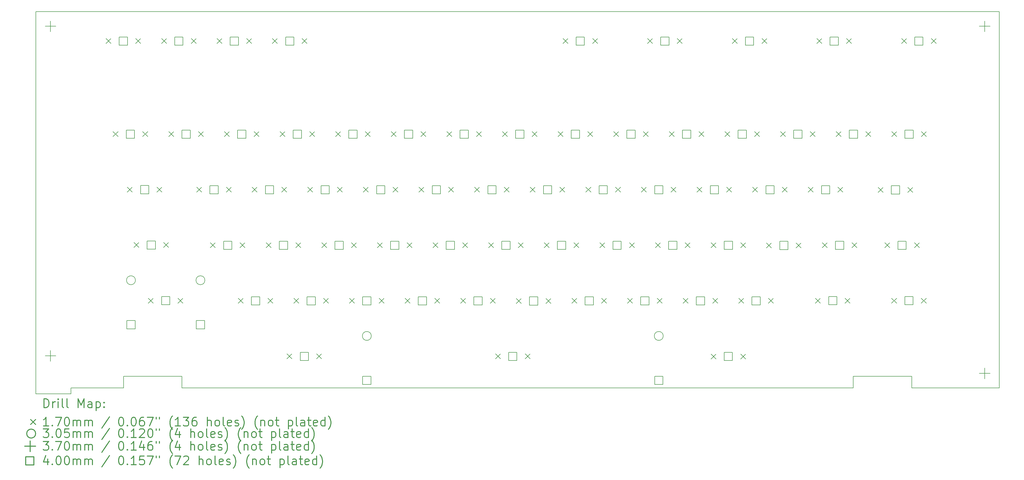
<source format=gbr>
%FSLAX45Y45*%
G04 Gerber Fmt 4.5, Leading zero omitted, Abs format (unit mm)*
G04 Created by KiCad (PCBNEW 5.0.2+dfsg1-1) date Tue 29 Dec 2020 05:37:10 PM CET*
%MOMM*%
%LPD*%
G01*
G04 APERTURE LIST*
%ADD10C,0.200000*%
%ADD11C,0.300000*%
G04 APERTURE END LIST*
D10*
X4700000Y-21600000D02*
X4700000Y-8500000D01*
X5900000Y-21600000D02*
X4700000Y-21600000D01*
X5900000Y-21400000D02*
X5900000Y-21600000D01*
X7700000Y-21400000D02*
X5900000Y-21400000D01*
X7700000Y-21000000D02*
X7700000Y-21400000D01*
X9700000Y-21000000D02*
X7700000Y-21000000D01*
X9700000Y-21400000D02*
X9700000Y-21000000D01*
X32700000Y-21400000D02*
X9700000Y-21400000D01*
X32700000Y-21000000D02*
X32700000Y-21400000D01*
X34700000Y-21000000D02*
X32700000Y-21000000D01*
X34700000Y-21400000D02*
X34700000Y-21000000D01*
X37700000Y-21400000D02*
X34700000Y-21400000D01*
X37700000Y-8500000D02*
X37700000Y-21400000D01*
X4700000Y-8500000D02*
X37700000Y-8500000D01*
D10*
X23540000Y-14520000D02*
X23710000Y-14690000D01*
X23710000Y-14520000D02*
X23540000Y-14690000D01*
X24556000Y-14520000D02*
X24726000Y-14690000D01*
X24726000Y-14520000D02*
X24556000Y-14690000D01*
X21633000Y-14518000D02*
X21803000Y-14688000D01*
X21803000Y-14518000D02*
X21633000Y-14688000D01*
X22649000Y-14518000D02*
X22819000Y-14688000D01*
X22819000Y-14518000D02*
X22649000Y-14688000D01*
X15443000Y-18328000D02*
X15613000Y-18498000D01*
X15613000Y-18328000D02*
X15443000Y-18498000D01*
X16459000Y-18328000D02*
X16629000Y-18498000D01*
X16629000Y-18328000D02*
X16459000Y-18498000D01*
X7343000Y-12613000D02*
X7513000Y-12783000D01*
X7513000Y-12613000D02*
X7343000Y-12783000D01*
X8359000Y-12613000D02*
X8529000Y-12783000D01*
X8529000Y-12613000D02*
X8359000Y-12783000D01*
X10208000Y-14518000D02*
X10378000Y-14688000D01*
X10378000Y-14518000D02*
X10208000Y-14688000D01*
X11224000Y-14518000D02*
X11394000Y-14688000D01*
X11394000Y-14518000D02*
X11224000Y-14688000D01*
X7832000Y-14515000D02*
X8002000Y-14685000D01*
X8002000Y-14515000D02*
X7832000Y-14685000D01*
X8848000Y-14515000D02*
X9018000Y-14685000D01*
X9018000Y-14515000D02*
X8848000Y-14685000D01*
X9253000Y-12613000D02*
X9423000Y-12783000D01*
X9423000Y-12613000D02*
X9253000Y-12783000D01*
X10269000Y-12613000D02*
X10439000Y-12783000D01*
X10439000Y-12613000D02*
X10269000Y-12783000D01*
X13063000Y-12615000D02*
X13233000Y-12785000D01*
X13233000Y-12615000D02*
X13063000Y-12785000D01*
X14079000Y-12615000D02*
X14249000Y-12785000D01*
X14249000Y-12615000D02*
X14079000Y-12785000D01*
X20683000Y-12613000D02*
X20853000Y-12783000D01*
X20853000Y-12613000D02*
X20683000Y-12783000D01*
X21699000Y-12613000D02*
X21869000Y-12783000D01*
X21869000Y-12613000D02*
X21699000Y-12783000D01*
X34013000Y-18323000D02*
X34183000Y-18493000D01*
X34183000Y-18323000D02*
X34013000Y-18493000D01*
X35029000Y-18323000D02*
X35199000Y-18493000D01*
X35199000Y-18323000D02*
X35029000Y-18493000D01*
X25923000Y-16423000D02*
X26093000Y-16593000D01*
X26093000Y-16423000D02*
X25923000Y-16593000D01*
X26939000Y-16423000D02*
X27109000Y-16593000D01*
X27109000Y-16423000D02*
X26939000Y-16593000D01*
X8553000Y-18323000D02*
X8723000Y-18493000D01*
X8723000Y-18323000D02*
X8553000Y-18493000D01*
X9569000Y-18323000D02*
X9739000Y-18493000D01*
X9739000Y-18323000D02*
X9569000Y-18493000D01*
X29728000Y-16428000D02*
X29898000Y-16598000D01*
X29898000Y-16428000D02*
X29728000Y-16598000D01*
X30744000Y-16428000D02*
X30914000Y-16598000D01*
X30914000Y-16428000D02*
X30744000Y-16598000D01*
X11633000Y-18328000D02*
X11803000Y-18498000D01*
X11803000Y-18328000D02*
X11633000Y-18498000D01*
X12649000Y-18328000D02*
X12819000Y-18498000D01*
X12819000Y-18328000D02*
X12649000Y-18498000D01*
X27828000Y-16423000D02*
X27998000Y-16593000D01*
X27998000Y-16423000D02*
X27828000Y-16593000D01*
X28844000Y-16423000D02*
X29014000Y-16593000D01*
X29014000Y-16423000D02*
X28844000Y-16593000D01*
X12803000Y-9423000D02*
X12973000Y-9593000D01*
X12973000Y-9423000D02*
X12803000Y-9593000D01*
X13819000Y-9423000D02*
X13989000Y-9593000D01*
X13989000Y-9423000D02*
X13819000Y-9593000D01*
X20443000Y-20233000D02*
X20613000Y-20403000D01*
X20613000Y-20233000D02*
X20443000Y-20403000D01*
X21459000Y-20233000D02*
X21629000Y-20403000D01*
X21629000Y-20233000D02*
X21459000Y-20403000D01*
X13538000Y-18328000D02*
X13708000Y-18498000D01*
X13708000Y-18328000D02*
X13538000Y-18498000D01*
X14554000Y-18328000D02*
X14724000Y-18498000D01*
X14724000Y-18328000D02*
X14554000Y-18498000D01*
X33778000Y-16423000D02*
X33948000Y-16593000D01*
X33948000Y-16423000D02*
X33778000Y-16593000D01*
X34794000Y-16423000D02*
X34964000Y-16593000D01*
X34964000Y-16423000D02*
X34794000Y-16593000D01*
X9003000Y-9423000D02*
X9173000Y-9593000D01*
X9173000Y-9423000D02*
X9003000Y-9593000D01*
X10019000Y-9423000D02*
X10189000Y-9593000D01*
X10189000Y-9423000D02*
X10019000Y-9593000D01*
X12108000Y-14518000D02*
X12278000Y-14688000D01*
X12278000Y-14518000D02*
X12108000Y-14688000D01*
X13124000Y-14518000D02*
X13294000Y-14688000D01*
X13294000Y-14518000D02*
X13124000Y-14688000D01*
X19728000Y-14518000D02*
X19898000Y-14688000D01*
X19898000Y-14518000D02*
X19728000Y-14688000D01*
X20744000Y-14518000D02*
X20914000Y-14688000D01*
X20914000Y-14518000D02*
X20744000Y-14688000D01*
X31453000Y-9423000D02*
X31623000Y-9593000D01*
X31623000Y-9423000D02*
X31453000Y-9593000D01*
X32469000Y-9423000D02*
X32639000Y-9593000D01*
X32639000Y-9423000D02*
X32469000Y-9593000D01*
X16873000Y-12613000D02*
X17043000Y-12783000D01*
X17043000Y-12613000D02*
X16873000Y-12783000D01*
X17889000Y-12613000D02*
X18059000Y-12783000D01*
X18059000Y-12613000D02*
X17889000Y-12783000D01*
X20208000Y-16423000D02*
X20378000Y-16593000D01*
X20378000Y-16423000D02*
X20208000Y-16593000D01*
X21224000Y-16423000D02*
X21394000Y-16593000D01*
X21394000Y-16423000D02*
X21224000Y-16593000D01*
X33553000Y-14523000D02*
X33723000Y-14693000D01*
X33723000Y-14523000D02*
X33553000Y-14693000D01*
X34569000Y-14523000D02*
X34739000Y-14693000D01*
X34739000Y-14523000D02*
X34569000Y-14693000D01*
X30208000Y-12613000D02*
X30378000Y-12783000D01*
X30378000Y-12613000D02*
X30208000Y-12783000D01*
X31224000Y-12613000D02*
X31394000Y-12783000D01*
X31394000Y-12613000D02*
X31224000Y-12783000D01*
X14013000Y-14518000D02*
X14183000Y-14688000D01*
X14183000Y-14518000D02*
X14013000Y-14688000D01*
X15029000Y-14518000D02*
X15199000Y-14688000D01*
X15199000Y-14518000D02*
X15029000Y-14688000D01*
X21158000Y-18333000D02*
X21328000Y-18503000D01*
X21328000Y-18333000D02*
X21158000Y-18503000D01*
X22174000Y-18333000D02*
X22344000Y-18503000D01*
X22344000Y-18333000D02*
X22174000Y-18503000D01*
X34018000Y-12613000D02*
X34188000Y-12783000D01*
X34188000Y-12613000D02*
X34018000Y-12783000D01*
X35034000Y-12613000D02*
X35204000Y-12783000D01*
X35204000Y-12613000D02*
X35034000Y-12783000D01*
X25443000Y-14518000D02*
X25613000Y-14688000D01*
X25613000Y-14518000D02*
X25443000Y-14688000D01*
X26459000Y-14518000D02*
X26629000Y-14688000D01*
X26629000Y-14518000D02*
X26459000Y-14688000D01*
X28303000Y-12613000D02*
X28473000Y-12783000D01*
X28473000Y-12613000D02*
X28303000Y-12783000D01*
X29319000Y-12613000D02*
X29489000Y-12783000D01*
X29489000Y-12613000D02*
X29319000Y-12783000D01*
X22753000Y-9423000D02*
X22923000Y-9593000D01*
X22923000Y-9423000D02*
X22753000Y-9593000D01*
X23769000Y-9423000D02*
X23939000Y-9593000D01*
X23939000Y-9423000D02*
X23769000Y-9593000D01*
X22113000Y-16423000D02*
X22283000Y-16593000D01*
X22283000Y-16423000D02*
X22113000Y-16593000D01*
X23129000Y-16423000D02*
X23299000Y-16593000D01*
X23299000Y-16423000D02*
X23129000Y-16593000D01*
X19253000Y-18328000D02*
X19423000Y-18498000D01*
X19423000Y-18328000D02*
X19253000Y-18498000D01*
X20269000Y-18328000D02*
X20439000Y-18498000D01*
X20439000Y-18328000D02*
X20269000Y-18498000D01*
X14492000Y-16425000D02*
X14662000Y-16595000D01*
X14662000Y-16425000D02*
X14492000Y-16595000D01*
X15508000Y-16425000D02*
X15678000Y-16595000D01*
X15678000Y-16425000D02*
X15508000Y-16595000D01*
X34353000Y-9423000D02*
X34523000Y-9593000D01*
X34523000Y-9423000D02*
X34353000Y-9593000D01*
X35369000Y-9423000D02*
X35539000Y-9593000D01*
X35539000Y-9423000D02*
X35369000Y-9593000D01*
X28778000Y-18328000D02*
X28948000Y-18498000D01*
X28948000Y-18328000D02*
X28778000Y-18498000D01*
X29794000Y-18328000D02*
X29964000Y-18498000D01*
X29964000Y-18328000D02*
X29794000Y-18498000D01*
X24968000Y-18328000D02*
X25138000Y-18498000D01*
X25138000Y-18328000D02*
X24968000Y-18498000D01*
X25984000Y-18328000D02*
X26154000Y-18498000D01*
X26154000Y-18328000D02*
X25984000Y-18498000D01*
X23063000Y-18328000D02*
X23233000Y-18498000D01*
X23233000Y-18328000D02*
X23063000Y-18498000D01*
X24079000Y-18328000D02*
X24249000Y-18498000D01*
X24249000Y-18328000D02*
X24079000Y-18498000D01*
X25653000Y-9423000D02*
X25823000Y-9593000D01*
X25823000Y-9423000D02*
X25653000Y-9593000D01*
X26669000Y-9423000D02*
X26839000Y-9593000D01*
X26839000Y-9423000D02*
X26669000Y-9593000D01*
X12588000Y-16423000D02*
X12758000Y-16593000D01*
X12758000Y-16423000D02*
X12588000Y-16593000D01*
X13604000Y-16423000D02*
X13774000Y-16593000D01*
X13774000Y-16423000D02*
X13604000Y-16593000D01*
X18303000Y-16423000D02*
X18473000Y-16593000D01*
X18473000Y-16423000D02*
X18303000Y-16593000D01*
X19319000Y-16423000D02*
X19489000Y-16593000D01*
X19489000Y-16423000D02*
X19319000Y-16593000D01*
X31403000Y-18323000D02*
X31573000Y-18493000D01*
X31573000Y-18323000D02*
X31403000Y-18493000D01*
X32419000Y-18323000D02*
X32589000Y-18493000D01*
X32589000Y-18323000D02*
X32419000Y-18493000D01*
X16398000Y-16423000D02*
X16568000Y-16593000D01*
X16568000Y-16423000D02*
X16398000Y-16593000D01*
X17414000Y-16423000D02*
X17584000Y-16593000D01*
X17584000Y-16423000D02*
X17414000Y-16593000D01*
X11157000Y-12615000D02*
X11327000Y-12785000D01*
X11327000Y-12615000D02*
X11157000Y-12785000D01*
X12173000Y-12615000D02*
X12343000Y-12785000D01*
X12343000Y-12615000D02*
X12173000Y-12785000D01*
X17348000Y-18328000D02*
X17518000Y-18498000D01*
X17518000Y-18328000D02*
X17348000Y-18498000D01*
X18364000Y-18328000D02*
X18534000Y-18498000D01*
X18534000Y-18328000D02*
X18364000Y-18498000D01*
X10678000Y-16423000D02*
X10848000Y-16593000D01*
X10848000Y-16423000D02*
X10678000Y-16593000D01*
X11694000Y-16423000D02*
X11864000Y-16593000D01*
X11864000Y-16423000D02*
X11694000Y-16593000D01*
X26398000Y-12613000D02*
X26568000Y-12783000D01*
X26568000Y-12613000D02*
X26398000Y-12783000D01*
X27414000Y-12613000D02*
X27584000Y-12783000D01*
X27584000Y-12613000D02*
X27414000Y-12783000D01*
X22588000Y-12613000D02*
X22758000Y-12783000D01*
X22758000Y-12613000D02*
X22588000Y-12783000D01*
X23604000Y-12613000D02*
X23774000Y-12783000D01*
X23774000Y-12613000D02*
X23604000Y-12783000D01*
X24015000Y-16425000D02*
X24185000Y-16595000D01*
X24185000Y-16425000D02*
X24015000Y-16595000D01*
X25031000Y-16425000D02*
X25201000Y-16595000D01*
X25201000Y-16425000D02*
X25031000Y-16595000D01*
X31638000Y-16423000D02*
X31808000Y-16593000D01*
X31808000Y-16423000D02*
X31638000Y-16593000D01*
X32654000Y-16423000D02*
X32824000Y-16593000D01*
X32824000Y-16423000D02*
X32654000Y-16593000D01*
X31158000Y-14518000D02*
X31328000Y-14688000D01*
X31328000Y-14518000D02*
X31158000Y-14688000D01*
X32174000Y-14518000D02*
X32344000Y-14688000D01*
X32344000Y-14518000D02*
X32174000Y-14688000D01*
X27824500Y-20237500D02*
X27994500Y-20407500D01*
X27994500Y-20237500D02*
X27824500Y-20407500D01*
X28840500Y-20237500D02*
X29010500Y-20407500D01*
X29010500Y-20237500D02*
X28840500Y-20407500D01*
X26873000Y-18328000D02*
X27043000Y-18498000D01*
X27043000Y-18328000D02*
X26873000Y-18498000D01*
X27889000Y-18328000D02*
X28059000Y-18498000D01*
X28059000Y-18328000D02*
X27889000Y-18498000D01*
X15918000Y-14518000D02*
X16088000Y-14688000D01*
X16088000Y-14518000D02*
X15918000Y-14688000D01*
X16934000Y-14518000D02*
X17104000Y-14688000D01*
X17104000Y-14518000D02*
X16934000Y-14688000D01*
X13303000Y-20233000D02*
X13473000Y-20403000D01*
X13473000Y-20233000D02*
X13303000Y-20403000D01*
X14319000Y-20233000D02*
X14489000Y-20403000D01*
X14489000Y-20233000D02*
X14319000Y-20403000D01*
X28553000Y-9423000D02*
X28723000Y-9593000D01*
X28723000Y-9423000D02*
X28553000Y-9593000D01*
X29569000Y-9423000D02*
X29739000Y-9593000D01*
X29739000Y-9423000D02*
X29569000Y-9593000D01*
X27348000Y-14518000D02*
X27518000Y-14688000D01*
X27518000Y-14518000D02*
X27348000Y-14688000D01*
X28364000Y-14518000D02*
X28534000Y-14688000D01*
X28534000Y-14518000D02*
X28364000Y-14688000D01*
X14968000Y-12613000D02*
X15138000Y-12783000D01*
X15138000Y-12613000D02*
X14968000Y-12783000D01*
X15984000Y-12613000D02*
X16154000Y-12783000D01*
X16154000Y-12613000D02*
X15984000Y-12783000D01*
X18778000Y-12613000D02*
X18948000Y-12783000D01*
X18948000Y-12613000D02*
X18778000Y-12783000D01*
X19794000Y-12613000D02*
X19964000Y-12783000D01*
X19964000Y-12613000D02*
X19794000Y-12783000D01*
X8057000Y-16415000D02*
X8227000Y-16585000D01*
X8227000Y-16415000D02*
X8057000Y-16585000D01*
X9073000Y-16415000D02*
X9243000Y-16585000D01*
X9243000Y-16415000D02*
X9073000Y-16585000D01*
X10903000Y-9423000D02*
X11073000Y-9593000D01*
X11073000Y-9423000D02*
X10903000Y-9593000D01*
X11919000Y-9423000D02*
X12089000Y-9593000D01*
X12089000Y-9423000D02*
X11919000Y-9593000D01*
X29253000Y-14518000D02*
X29423000Y-14688000D01*
X29423000Y-14518000D02*
X29253000Y-14688000D01*
X30269000Y-14518000D02*
X30439000Y-14688000D01*
X30439000Y-14518000D02*
X30269000Y-14688000D01*
X17823000Y-14518000D02*
X17993000Y-14688000D01*
X17993000Y-14518000D02*
X17823000Y-14688000D01*
X18839000Y-14518000D02*
X19009000Y-14688000D01*
X19009000Y-14518000D02*
X18839000Y-14688000D01*
X7103000Y-9423000D02*
X7273000Y-9593000D01*
X7273000Y-9423000D02*
X7103000Y-9593000D01*
X8119000Y-9423000D02*
X8289000Y-9593000D01*
X8289000Y-9423000D02*
X8119000Y-9593000D01*
X24493000Y-12613000D02*
X24663000Y-12783000D01*
X24663000Y-12613000D02*
X24493000Y-12783000D01*
X25509000Y-12613000D02*
X25679000Y-12783000D01*
X25679000Y-12613000D02*
X25509000Y-12783000D01*
X32113000Y-12613000D02*
X32283000Y-12783000D01*
X32283000Y-12613000D02*
X32113000Y-12783000D01*
X33129000Y-12613000D02*
X33299000Y-12783000D01*
X33299000Y-12613000D02*
X33129000Y-12783000D01*
X8108500Y-17708000D02*
G75*
G03X8108500Y-17708000I-152500J0D01*
G01*
X10488500Y-17708000D02*
G75*
G03X10488500Y-17708000I-152500J0D01*
G01*
X16188500Y-19618000D02*
G75*
G03X16188500Y-19618000I-152500J0D01*
G01*
X26188500Y-19618000D02*
G75*
G03X26188500Y-19618000I-152500J0D01*
G01*
X5200000Y-20115000D02*
X5200000Y-20485000D01*
X5015000Y-20300000D02*
X5385000Y-20300000D01*
X5200000Y-8815000D02*
X5200000Y-9185000D01*
X5015000Y-9000000D02*
X5385000Y-9000000D01*
X37200000Y-8815000D02*
X37200000Y-9185000D01*
X37015000Y-9000000D02*
X37385000Y-9000000D01*
X37200000Y-20715000D02*
X37200000Y-21085000D01*
X37015000Y-20900000D02*
X37385000Y-20900000D01*
X16177423Y-21283423D02*
X16177423Y-21000577D01*
X15894577Y-21000577D01*
X15894577Y-21283423D01*
X16177423Y-21283423D01*
X21177423Y-20459423D02*
X21177423Y-20176577D01*
X20894577Y-20176577D01*
X20894577Y-20459423D01*
X21177423Y-20459423D01*
X26177423Y-21283423D02*
X26177423Y-21000577D01*
X25894577Y-21000577D01*
X25894577Y-21283423D01*
X26177423Y-21283423D01*
X14272423Y-18554423D02*
X14272423Y-18271577D01*
X13989577Y-18271577D01*
X13989577Y-18554423D01*
X14272423Y-18554423D01*
X34512423Y-16649423D02*
X34512423Y-16366577D01*
X34229577Y-16366577D01*
X34229577Y-16649423D01*
X34512423Y-16649423D01*
X9737423Y-9649423D02*
X9737423Y-9366577D01*
X9454577Y-9366577D01*
X9454577Y-9649423D01*
X9737423Y-9649423D01*
X12842423Y-14744423D02*
X12842423Y-14461577D01*
X12559577Y-14461577D01*
X12559577Y-14744423D01*
X12842423Y-14744423D01*
X20462423Y-14744423D02*
X20462423Y-14461577D01*
X20179577Y-14461577D01*
X20179577Y-14744423D01*
X20462423Y-14744423D01*
X32187423Y-9649423D02*
X32187423Y-9366577D01*
X31904577Y-9366577D01*
X31904577Y-9649423D01*
X32187423Y-9649423D01*
X17607423Y-12839423D02*
X17607423Y-12556577D01*
X17324577Y-12556577D01*
X17324577Y-12839423D01*
X17607423Y-12839423D01*
X20942423Y-16649423D02*
X20942423Y-16366577D01*
X20659577Y-16366577D01*
X20659577Y-16649423D01*
X20942423Y-16649423D01*
X34287423Y-14749423D02*
X34287423Y-14466577D01*
X34004577Y-14466577D01*
X34004577Y-14749423D01*
X34287423Y-14749423D01*
X30942423Y-12839423D02*
X30942423Y-12556577D01*
X30659577Y-12556577D01*
X30659577Y-12839423D01*
X30942423Y-12839423D01*
X14747423Y-14744423D02*
X14747423Y-14461577D01*
X14464577Y-14461577D01*
X14464577Y-14744423D01*
X14747423Y-14744423D01*
X21892423Y-18559423D02*
X21892423Y-18276577D01*
X21609577Y-18276577D01*
X21609577Y-18559423D01*
X21892423Y-18559423D01*
X34752423Y-12839423D02*
X34752423Y-12556577D01*
X34469577Y-12556577D01*
X34469577Y-12839423D01*
X34752423Y-12839423D01*
X26177423Y-14744423D02*
X26177423Y-14461577D01*
X25894577Y-14461577D01*
X25894577Y-14744423D01*
X26177423Y-14744423D01*
X29037423Y-12839423D02*
X29037423Y-12556577D01*
X28754577Y-12556577D01*
X28754577Y-12839423D01*
X29037423Y-12839423D01*
X23487423Y-9649423D02*
X23487423Y-9366577D01*
X23204577Y-9366577D01*
X23204577Y-9649423D01*
X23487423Y-9649423D01*
X22847423Y-16649423D02*
X22847423Y-16366577D01*
X22564577Y-16366577D01*
X22564577Y-16649423D01*
X22847423Y-16649423D01*
X19987423Y-18554423D02*
X19987423Y-18271577D01*
X19704577Y-18271577D01*
X19704577Y-18554423D01*
X19987423Y-18554423D01*
X15226423Y-16651423D02*
X15226423Y-16368577D01*
X14943577Y-16368577D01*
X14943577Y-16651423D01*
X15226423Y-16651423D01*
X35087423Y-9649423D02*
X35087423Y-9366577D01*
X34804577Y-9366577D01*
X34804577Y-9649423D01*
X35087423Y-9649423D01*
X29512423Y-18554423D02*
X29512423Y-18271577D01*
X29229577Y-18271577D01*
X29229577Y-18554423D01*
X29512423Y-18554423D01*
X25702423Y-18554423D02*
X25702423Y-18271577D01*
X25419577Y-18271577D01*
X25419577Y-18554423D01*
X25702423Y-18554423D01*
X23797423Y-18554423D02*
X23797423Y-18271577D01*
X23514577Y-18271577D01*
X23514577Y-18554423D01*
X23797423Y-18554423D01*
X26387423Y-9649423D02*
X26387423Y-9366577D01*
X26104577Y-9366577D01*
X26104577Y-9649423D01*
X26387423Y-9649423D01*
X13322423Y-16649423D02*
X13322423Y-16366577D01*
X13039577Y-16366577D01*
X13039577Y-16649423D01*
X13322423Y-16649423D01*
X19037423Y-16649423D02*
X19037423Y-16366577D01*
X18754577Y-16366577D01*
X18754577Y-16649423D01*
X19037423Y-16649423D01*
X32137423Y-18549423D02*
X32137423Y-18266577D01*
X31854577Y-18266577D01*
X31854577Y-18549423D01*
X32137423Y-18549423D01*
X17132423Y-16649423D02*
X17132423Y-16366577D01*
X16849577Y-16366577D01*
X16849577Y-16649423D01*
X17132423Y-16649423D01*
X11891423Y-12841423D02*
X11891423Y-12558577D01*
X11608577Y-12558577D01*
X11608577Y-12841423D01*
X11891423Y-12841423D01*
X18082423Y-18554423D02*
X18082423Y-18271577D01*
X17799577Y-18271577D01*
X17799577Y-18554423D01*
X18082423Y-18554423D01*
X11412423Y-16649423D02*
X11412423Y-16366577D01*
X11129577Y-16366577D01*
X11129577Y-16649423D01*
X11412423Y-16649423D01*
X27132423Y-12839423D02*
X27132423Y-12556577D01*
X26849577Y-12556577D01*
X26849577Y-12839423D01*
X27132423Y-12839423D01*
X23322423Y-12839423D02*
X23322423Y-12556577D01*
X23039577Y-12556577D01*
X23039577Y-12839423D01*
X23322423Y-12839423D01*
X24749423Y-16651423D02*
X24749423Y-16368577D01*
X24466577Y-16368577D01*
X24466577Y-16651423D01*
X24749423Y-16651423D01*
X32372423Y-16649423D02*
X32372423Y-16366577D01*
X32089577Y-16366577D01*
X32089577Y-16649423D01*
X32372423Y-16649423D01*
X31892423Y-14744423D02*
X31892423Y-14461577D01*
X31609577Y-14461577D01*
X31609577Y-14744423D01*
X31892423Y-14744423D01*
X28558923Y-20463923D02*
X28558923Y-20181077D01*
X28276077Y-20181077D01*
X28276077Y-20463923D01*
X28558923Y-20463923D01*
X27607423Y-18554423D02*
X27607423Y-18271577D01*
X27324577Y-18271577D01*
X27324577Y-18554423D01*
X27607423Y-18554423D01*
X16652423Y-14744423D02*
X16652423Y-14461577D01*
X16369577Y-14461577D01*
X16369577Y-14744423D01*
X16652423Y-14744423D01*
X14037423Y-20459423D02*
X14037423Y-20176577D01*
X13754577Y-20176577D01*
X13754577Y-20459423D01*
X14037423Y-20459423D01*
X29287423Y-9649423D02*
X29287423Y-9366577D01*
X29004577Y-9366577D01*
X29004577Y-9649423D01*
X29287423Y-9649423D01*
X28082423Y-14744423D02*
X28082423Y-14461577D01*
X27799577Y-14461577D01*
X27799577Y-14744423D01*
X28082423Y-14744423D01*
X15702423Y-12839423D02*
X15702423Y-12556577D01*
X15419577Y-12556577D01*
X15419577Y-12839423D01*
X15702423Y-12839423D01*
X19512423Y-12839423D02*
X19512423Y-12556577D01*
X19229577Y-12556577D01*
X19229577Y-12839423D01*
X19512423Y-12839423D01*
X8791423Y-16641423D02*
X8791423Y-16358577D01*
X8508577Y-16358577D01*
X8508577Y-16641423D01*
X8791423Y-16641423D01*
X11637423Y-9649423D02*
X11637423Y-9366577D01*
X11354577Y-9366577D01*
X11354577Y-9649423D01*
X11637423Y-9649423D01*
X29987423Y-14744423D02*
X29987423Y-14461577D01*
X29704577Y-14461577D01*
X29704577Y-14744423D01*
X29987423Y-14744423D01*
X18557423Y-14744423D02*
X18557423Y-14461577D01*
X18274577Y-14461577D01*
X18274577Y-14744423D01*
X18557423Y-14744423D01*
X7837423Y-9649423D02*
X7837423Y-9366577D01*
X7554577Y-9366577D01*
X7554577Y-9649423D01*
X7837423Y-9649423D01*
X25227423Y-12839423D02*
X25227423Y-12556577D01*
X24944577Y-12556577D01*
X24944577Y-12839423D01*
X25227423Y-12839423D01*
X32847423Y-12839423D02*
X32847423Y-12556577D01*
X32564577Y-12556577D01*
X32564577Y-12839423D01*
X32847423Y-12839423D01*
X24274423Y-14746423D02*
X24274423Y-14463577D01*
X23991577Y-14463577D01*
X23991577Y-14746423D01*
X24274423Y-14746423D01*
X22367423Y-14744423D02*
X22367423Y-14461577D01*
X22084577Y-14461577D01*
X22084577Y-14744423D01*
X22367423Y-14744423D01*
X16177423Y-18554423D02*
X16177423Y-18271577D01*
X15894577Y-18271577D01*
X15894577Y-18554423D01*
X16177423Y-18554423D01*
X8077423Y-12839423D02*
X8077423Y-12556577D01*
X7794577Y-12556577D01*
X7794577Y-12839423D01*
X8077423Y-12839423D01*
X10942423Y-14744423D02*
X10942423Y-14461577D01*
X10659577Y-14461577D01*
X10659577Y-14744423D01*
X10942423Y-14744423D01*
X8566423Y-14741423D02*
X8566423Y-14458577D01*
X8283577Y-14458577D01*
X8283577Y-14741423D01*
X8566423Y-14741423D01*
X9987423Y-12839423D02*
X9987423Y-12556577D01*
X9704577Y-12556577D01*
X9704577Y-12839423D01*
X9987423Y-12839423D01*
X13797423Y-12841423D02*
X13797423Y-12558577D01*
X13514577Y-12558577D01*
X13514577Y-12841423D01*
X13797423Y-12841423D01*
X21417423Y-12839423D02*
X21417423Y-12556577D01*
X21134577Y-12556577D01*
X21134577Y-12839423D01*
X21417423Y-12839423D01*
X34747423Y-18549423D02*
X34747423Y-18266577D01*
X34464577Y-18266577D01*
X34464577Y-18549423D01*
X34747423Y-18549423D01*
X26657423Y-16649423D02*
X26657423Y-16366577D01*
X26374577Y-16366577D01*
X26374577Y-16649423D01*
X26657423Y-16649423D01*
X8097423Y-19373423D02*
X8097423Y-19090577D01*
X7814577Y-19090577D01*
X7814577Y-19373423D01*
X8097423Y-19373423D01*
X9287423Y-18549423D02*
X9287423Y-18266577D01*
X9004577Y-18266577D01*
X9004577Y-18549423D01*
X9287423Y-18549423D01*
X10477423Y-19373423D02*
X10477423Y-19090577D01*
X10194577Y-19090577D01*
X10194577Y-19373423D01*
X10477423Y-19373423D01*
X30462423Y-16654423D02*
X30462423Y-16371577D01*
X30179577Y-16371577D01*
X30179577Y-16654423D01*
X30462423Y-16654423D01*
X12367423Y-18554423D02*
X12367423Y-18271577D01*
X12084577Y-18271577D01*
X12084577Y-18554423D01*
X12367423Y-18554423D01*
X28562423Y-16649423D02*
X28562423Y-16366577D01*
X28279577Y-16366577D01*
X28279577Y-16649423D01*
X28562423Y-16649423D01*
X13537423Y-9649423D02*
X13537423Y-9366577D01*
X13254577Y-9366577D01*
X13254577Y-9649423D01*
X13537423Y-9649423D01*
D11*
X4976428Y-22075714D02*
X4976428Y-21775714D01*
X5047857Y-21775714D01*
X5090714Y-21790000D01*
X5119286Y-21818572D01*
X5133571Y-21847143D01*
X5147857Y-21904286D01*
X5147857Y-21947143D01*
X5133571Y-22004286D01*
X5119286Y-22032857D01*
X5090714Y-22061429D01*
X5047857Y-22075714D01*
X4976428Y-22075714D01*
X5276428Y-22075714D02*
X5276428Y-21875714D01*
X5276428Y-21932857D02*
X5290714Y-21904286D01*
X5305000Y-21890000D01*
X5333571Y-21875714D01*
X5362143Y-21875714D01*
X5462143Y-22075714D02*
X5462143Y-21875714D01*
X5462143Y-21775714D02*
X5447857Y-21790000D01*
X5462143Y-21804286D01*
X5476428Y-21790000D01*
X5462143Y-21775714D01*
X5462143Y-21804286D01*
X5647857Y-22075714D02*
X5619286Y-22061429D01*
X5605000Y-22032857D01*
X5605000Y-21775714D01*
X5805000Y-22075714D02*
X5776428Y-22061429D01*
X5762143Y-22032857D01*
X5762143Y-21775714D01*
X6147857Y-22075714D02*
X6147857Y-21775714D01*
X6247857Y-21990000D01*
X6347857Y-21775714D01*
X6347857Y-22075714D01*
X6619286Y-22075714D02*
X6619286Y-21918572D01*
X6605000Y-21890000D01*
X6576428Y-21875714D01*
X6519286Y-21875714D01*
X6490714Y-21890000D01*
X6619286Y-22061429D02*
X6590714Y-22075714D01*
X6519286Y-22075714D01*
X6490714Y-22061429D01*
X6476428Y-22032857D01*
X6476428Y-22004286D01*
X6490714Y-21975714D01*
X6519286Y-21961429D01*
X6590714Y-21961429D01*
X6619286Y-21947143D01*
X6762143Y-21875714D02*
X6762143Y-22175714D01*
X6762143Y-21890000D02*
X6790714Y-21875714D01*
X6847857Y-21875714D01*
X6876428Y-21890000D01*
X6890714Y-21904286D01*
X6905000Y-21932857D01*
X6905000Y-22018572D01*
X6890714Y-22047143D01*
X6876428Y-22061429D01*
X6847857Y-22075714D01*
X6790714Y-22075714D01*
X6762143Y-22061429D01*
X7033571Y-22047143D02*
X7047857Y-22061429D01*
X7033571Y-22075714D01*
X7019286Y-22061429D01*
X7033571Y-22047143D01*
X7033571Y-22075714D01*
X7033571Y-21890000D02*
X7047857Y-21904286D01*
X7033571Y-21918572D01*
X7019286Y-21904286D01*
X7033571Y-21890000D01*
X7033571Y-21918572D01*
X4520000Y-22485000D02*
X4690000Y-22655000D01*
X4690000Y-22485000D02*
X4520000Y-22655000D01*
X5133571Y-22705714D02*
X4962143Y-22705714D01*
X5047857Y-22705714D02*
X5047857Y-22405714D01*
X5019286Y-22448571D01*
X4990714Y-22477143D01*
X4962143Y-22491429D01*
X5262143Y-22677143D02*
X5276428Y-22691429D01*
X5262143Y-22705714D01*
X5247857Y-22691429D01*
X5262143Y-22677143D01*
X5262143Y-22705714D01*
X5376428Y-22405714D02*
X5576428Y-22405714D01*
X5447857Y-22705714D01*
X5747857Y-22405714D02*
X5776428Y-22405714D01*
X5805000Y-22420000D01*
X5819286Y-22434286D01*
X5833571Y-22462857D01*
X5847857Y-22520000D01*
X5847857Y-22591429D01*
X5833571Y-22648571D01*
X5819286Y-22677143D01*
X5805000Y-22691429D01*
X5776428Y-22705714D01*
X5747857Y-22705714D01*
X5719286Y-22691429D01*
X5705000Y-22677143D01*
X5690714Y-22648571D01*
X5676428Y-22591429D01*
X5676428Y-22520000D01*
X5690714Y-22462857D01*
X5705000Y-22434286D01*
X5719286Y-22420000D01*
X5747857Y-22405714D01*
X5976428Y-22705714D02*
X5976428Y-22505714D01*
X5976428Y-22534286D02*
X5990714Y-22520000D01*
X6019286Y-22505714D01*
X6062143Y-22505714D01*
X6090714Y-22520000D01*
X6105000Y-22548571D01*
X6105000Y-22705714D01*
X6105000Y-22548571D02*
X6119286Y-22520000D01*
X6147857Y-22505714D01*
X6190714Y-22505714D01*
X6219286Y-22520000D01*
X6233571Y-22548571D01*
X6233571Y-22705714D01*
X6376428Y-22705714D02*
X6376428Y-22505714D01*
X6376428Y-22534286D02*
X6390714Y-22520000D01*
X6419286Y-22505714D01*
X6462143Y-22505714D01*
X6490714Y-22520000D01*
X6505000Y-22548571D01*
X6505000Y-22705714D01*
X6505000Y-22548571D02*
X6519286Y-22520000D01*
X6547857Y-22505714D01*
X6590714Y-22505714D01*
X6619286Y-22520000D01*
X6633571Y-22548571D01*
X6633571Y-22705714D01*
X7219286Y-22391429D02*
X6962143Y-22777143D01*
X7605000Y-22405714D02*
X7633571Y-22405714D01*
X7662143Y-22420000D01*
X7676428Y-22434286D01*
X7690714Y-22462857D01*
X7705000Y-22520000D01*
X7705000Y-22591429D01*
X7690714Y-22648571D01*
X7676428Y-22677143D01*
X7662143Y-22691429D01*
X7633571Y-22705714D01*
X7605000Y-22705714D01*
X7576428Y-22691429D01*
X7562143Y-22677143D01*
X7547857Y-22648571D01*
X7533571Y-22591429D01*
X7533571Y-22520000D01*
X7547857Y-22462857D01*
X7562143Y-22434286D01*
X7576428Y-22420000D01*
X7605000Y-22405714D01*
X7833571Y-22677143D02*
X7847857Y-22691429D01*
X7833571Y-22705714D01*
X7819286Y-22691429D01*
X7833571Y-22677143D01*
X7833571Y-22705714D01*
X8033571Y-22405714D02*
X8062143Y-22405714D01*
X8090714Y-22420000D01*
X8105000Y-22434286D01*
X8119286Y-22462857D01*
X8133571Y-22520000D01*
X8133571Y-22591429D01*
X8119286Y-22648571D01*
X8105000Y-22677143D01*
X8090714Y-22691429D01*
X8062143Y-22705714D01*
X8033571Y-22705714D01*
X8005000Y-22691429D01*
X7990714Y-22677143D01*
X7976428Y-22648571D01*
X7962143Y-22591429D01*
X7962143Y-22520000D01*
X7976428Y-22462857D01*
X7990714Y-22434286D01*
X8005000Y-22420000D01*
X8033571Y-22405714D01*
X8390714Y-22405714D02*
X8333571Y-22405714D01*
X8305000Y-22420000D01*
X8290714Y-22434286D01*
X8262143Y-22477143D01*
X8247857Y-22534286D01*
X8247857Y-22648571D01*
X8262143Y-22677143D01*
X8276428Y-22691429D01*
X8305000Y-22705714D01*
X8362143Y-22705714D01*
X8390714Y-22691429D01*
X8405000Y-22677143D01*
X8419286Y-22648571D01*
X8419286Y-22577143D01*
X8405000Y-22548571D01*
X8390714Y-22534286D01*
X8362143Y-22520000D01*
X8305000Y-22520000D01*
X8276428Y-22534286D01*
X8262143Y-22548571D01*
X8247857Y-22577143D01*
X8519286Y-22405714D02*
X8719286Y-22405714D01*
X8590714Y-22705714D01*
X8819286Y-22405714D02*
X8819286Y-22462857D01*
X8933571Y-22405714D02*
X8933571Y-22462857D01*
X9376428Y-22820000D02*
X9362143Y-22805714D01*
X9333571Y-22762857D01*
X9319286Y-22734286D01*
X9305000Y-22691429D01*
X9290714Y-22620000D01*
X9290714Y-22562857D01*
X9305000Y-22491429D01*
X9319286Y-22448571D01*
X9333571Y-22420000D01*
X9362143Y-22377143D01*
X9376428Y-22362857D01*
X9647857Y-22705714D02*
X9476428Y-22705714D01*
X9562143Y-22705714D02*
X9562143Y-22405714D01*
X9533571Y-22448571D01*
X9505000Y-22477143D01*
X9476428Y-22491429D01*
X9747857Y-22405714D02*
X9933571Y-22405714D01*
X9833571Y-22520000D01*
X9876428Y-22520000D01*
X9905000Y-22534286D01*
X9919286Y-22548571D01*
X9933571Y-22577143D01*
X9933571Y-22648571D01*
X9919286Y-22677143D01*
X9905000Y-22691429D01*
X9876428Y-22705714D01*
X9790714Y-22705714D01*
X9762143Y-22691429D01*
X9747857Y-22677143D01*
X10190714Y-22405714D02*
X10133571Y-22405714D01*
X10105000Y-22420000D01*
X10090714Y-22434286D01*
X10062143Y-22477143D01*
X10047857Y-22534286D01*
X10047857Y-22648571D01*
X10062143Y-22677143D01*
X10076428Y-22691429D01*
X10105000Y-22705714D01*
X10162143Y-22705714D01*
X10190714Y-22691429D01*
X10205000Y-22677143D01*
X10219286Y-22648571D01*
X10219286Y-22577143D01*
X10205000Y-22548571D01*
X10190714Y-22534286D01*
X10162143Y-22520000D01*
X10105000Y-22520000D01*
X10076428Y-22534286D01*
X10062143Y-22548571D01*
X10047857Y-22577143D01*
X10576428Y-22705714D02*
X10576428Y-22405714D01*
X10705000Y-22705714D02*
X10705000Y-22548571D01*
X10690714Y-22520000D01*
X10662143Y-22505714D01*
X10619286Y-22505714D01*
X10590714Y-22520000D01*
X10576428Y-22534286D01*
X10890714Y-22705714D02*
X10862143Y-22691429D01*
X10847857Y-22677143D01*
X10833571Y-22648571D01*
X10833571Y-22562857D01*
X10847857Y-22534286D01*
X10862143Y-22520000D01*
X10890714Y-22505714D01*
X10933571Y-22505714D01*
X10962143Y-22520000D01*
X10976428Y-22534286D01*
X10990714Y-22562857D01*
X10990714Y-22648571D01*
X10976428Y-22677143D01*
X10962143Y-22691429D01*
X10933571Y-22705714D01*
X10890714Y-22705714D01*
X11162143Y-22705714D02*
X11133571Y-22691429D01*
X11119286Y-22662857D01*
X11119286Y-22405714D01*
X11390714Y-22691429D02*
X11362143Y-22705714D01*
X11305000Y-22705714D01*
X11276428Y-22691429D01*
X11262143Y-22662857D01*
X11262143Y-22548571D01*
X11276428Y-22520000D01*
X11305000Y-22505714D01*
X11362143Y-22505714D01*
X11390714Y-22520000D01*
X11405000Y-22548571D01*
X11405000Y-22577143D01*
X11262143Y-22605714D01*
X11519286Y-22691429D02*
X11547857Y-22705714D01*
X11605000Y-22705714D01*
X11633571Y-22691429D01*
X11647857Y-22662857D01*
X11647857Y-22648571D01*
X11633571Y-22620000D01*
X11605000Y-22605714D01*
X11562143Y-22605714D01*
X11533571Y-22591429D01*
X11519286Y-22562857D01*
X11519286Y-22548571D01*
X11533571Y-22520000D01*
X11562143Y-22505714D01*
X11605000Y-22505714D01*
X11633571Y-22520000D01*
X11747857Y-22820000D02*
X11762143Y-22805714D01*
X11790714Y-22762857D01*
X11805000Y-22734286D01*
X11819286Y-22691429D01*
X11833571Y-22620000D01*
X11833571Y-22562857D01*
X11819286Y-22491429D01*
X11805000Y-22448571D01*
X11790714Y-22420000D01*
X11762143Y-22377143D01*
X11747857Y-22362857D01*
X12290714Y-22820000D02*
X12276428Y-22805714D01*
X12247857Y-22762857D01*
X12233571Y-22734286D01*
X12219286Y-22691429D01*
X12205000Y-22620000D01*
X12205000Y-22562857D01*
X12219286Y-22491429D01*
X12233571Y-22448571D01*
X12247857Y-22420000D01*
X12276428Y-22377143D01*
X12290714Y-22362857D01*
X12405000Y-22505714D02*
X12405000Y-22705714D01*
X12405000Y-22534286D02*
X12419286Y-22520000D01*
X12447857Y-22505714D01*
X12490714Y-22505714D01*
X12519286Y-22520000D01*
X12533571Y-22548571D01*
X12533571Y-22705714D01*
X12719286Y-22705714D02*
X12690714Y-22691429D01*
X12676428Y-22677143D01*
X12662143Y-22648571D01*
X12662143Y-22562857D01*
X12676428Y-22534286D01*
X12690714Y-22520000D01*
X12719286Y-22505714D01*
X12762143Y-22505714D01*
X12790714Y-22520000D01*
X12805000Y-22534286D01*
X12819286Y-22562857D01*
X12819286Y-22648571D01*
X12805000Y-22677143D01*
X12790714Y-22691429D01*
X12762143Y-22705714D01*
X12719286Y-22705714D01*
X12905000Y-22505714D02*
X13019286Y-22505714D01*
X12947857Y-22405714D02*
X12947857Y-22662857D01*
X12962143Y-22691429D01*
X12990714Y-22705714D01*
X13019286Y-22705714D01*
X13347857Y-22505714D02*
X13347857Y-22805714D01*
X13347857Y-22520000D02*
X13376428Y-22505714D01*
X13433571Y-22505714D01*
X13462143Y-22520000D01*
X13476428Y-22534286D01*
X13490714Y-22562857D01*
X13490714Y-22648571D01*
X13476428Y-22677143D01*
X13462143Y-22691429D01*
X13433571Y-22705714D01*
X13376428Y-22705714D01*
X13347857Y-22691429D01*
X13662143Y-22705714D02*
X13633571Y-22691429D01*
X13619286Y-22662857D01*
X13619286Y-22405714D01*
X13905000Y-22705714D02*
X13905000Y-22548571D01*
X13890714Y-22520000D01*
X13862143Y-22505714D01*
X13805000Y-22505714D01*
X13776428Y-22520000D01*
X13905000Y-22691429D02*
X13876428Y-22705714D01*
X13805000Y-22705714D01*
X13776428Y-22691429D01*
X13762143Y-22662857D01*
X13762143Y-22634286D01*
X13776428Y-22605714D01*
X13805000Y-22591429D01*
X13876428Y-22591429D01*
X13905000Y-22577143D01*
X14005000Y-22505714D02*
X14119286Y-22505714D01*
X14047857Y-22405714D02*
X14047857Y-22662857D01*
X14062143Y-22691429D01*
X14090714Y-22705714D01*
X14119286Y-22705714D01*
X14333571Y-22691429D02*
X14305000Y-22705714D01*
X14247857Y-22705714D01*
X14219286Y-22691429D01*
X14205000Y-22662857D01*
X14205000Y-22548571D01*
X14219286Y-22520000D01*
X14247857Y-22505714D01*
X14305000Y-22505714D01*
X14333571Y-22520000D01*
X14347857Y-22548571D01*
X14347857Y-22577143D01*
X14205000Y-22605714D01*
X14605000Y-22705714D02*
X14605000Y-22405714D01*
X14605000Y-22691429D02*
X14576428Y-22705714D01*
X14519286Y-22705714D01*
X14490714Y-22691429D01*
X14476428Y-22677143D01*
X14462143Y-22648571D01*
X14462143Y-22562857D01*
X14476428Y-22534286D01*
X14490714Y-22520000D01*
X14519286Y-22505714D01*
X14576428Y-22505714D01*
X14605000Y-22520000D01*
X14719286Y-22820000D02*
X14733571Y-22805714D01*
X14762143Y-22762857D01*
X14776428Y-22734286D01*
X14790714Y-22691429D01*
X14805000Y-22620000D01*
X14805000Y-22562857D01*
X14790714Y-22491429D01*
X14776428Y-22448571D01*
X14762143Y-22420000D01*
X14733571Y-22377143D01*
X14719286Y-22362857D01*
X4690000Y-22966000D02*
G75*
G03X4690000Y-22966000I-152500J0D01*
G01*
X4947857Y-22801714D02*
X5133571Y-22801714D01*
X5033571Y-22916000D01*
X5076428Y-22916000D01*
X5105000Y-22930286D01*
X5119286Y-22944571D01*
X5133571Y-22973143D01*
X5133571Y-23044571D01*
X5119286Y-23073143D01*
X5105000Y-23087429D01*
X5076428Y-23101714D01*
X4990714Y-23101714D01*
X4962143Y-23087429D01*
X4947857Y-23073143D01*
X5262143Y-23073143D02*
X5276428Y-23087429D01*
X5262143Y-23101714D01*
X5247857Y-23087429D01*
X5262143Y-23073143D01*
X5262143Y-23101714D01*
X5462143Y-22801714D02*
X5490714Y-22801714D01*
X5519286Y-22816000D01*
X5533571Y-22830286D01*
X5547857Y-22858857D01*
X5562143Y-22916000D01*
X5562143Y-22987429D01*
X5547857Y-23044571D01*
X5533571Y-23073143D01*
X5519286Y-23087429D01*
X5490714Y-23101714D01*
X5462143Y-23101714D01*
X5433571Y-23087429D01*
X5419286Y-23073143D01*
X5405000Y-23044571D01*
X5390714Y-22987429D01*
X5390714Y-22916000D01*
X5405000Y-22858857D01*
X5419286Y-22830286D01*
X5433571Y-22816000D01*
X5462143Y-22801714D01*
X5833571Y-22801714D02*
X5690714Y-22801714D01*
X5676428Y-22944571D01*
X5690714Y-22930286D01*
X5719286Y-22916000D01*
X5790714Y-22916000D01*
X5819286Y-22930286D01*
X5833571Y-22944571D01*
X5847857Y-22973143D01*
X5847857Y-23044571D01*
X5833571Y-23073143D01*
X5819286Y-23087429D01*
X5790714Y-23101714D01*
X5719286Y-23101714D01*
X5690714Y-23087429D01*
X5676428Y-23073143D01*
X5976428Y-23101714D02*
X5976428Y-22901714D01*
X5976428Y-22930286D02*
X5990714Y-22916000D01*
X6019286Y-22901714D01*
X6062143Y-22901714D01*
X6090714Y-22916000D01*
X6105000Y-22944571D01*
X6105000Y-23101714D01*
X6105000Y-22944571D02*
X6119286Y-22916000D01*
X6147857Y-22901714D01*
X6190714Y-22901714D01*
X6219286Y-22916000D01*
X6233571Y-22944571D01*
X6233571Y-23101714D01*
X6376428Y-23101714D02*
X6376428Y-22901714D01*
X6376428Y-22930286D02*
X6390714Y-22916000D01*
X6419286Y-22901714D01*
X6462143Y-22901714D01*
X6490714Y-22916000D01*
X6505000Y-22944571D01*
X6505000Y-23101714D01*
X6505000Y-22944571D02*
X6519286Y-22916000D01*
X6547857Y-22901714D01*
X6590714Y-22901714D01*
X6619286Y-22916000D01*
X6633571Y-22944571D01*
X6633571Y-23101714D01*
X7219286Y-22787429D02*
X6962143Y-23173143D01*
X7605000Y-22801714D02*
X7633571Y-22801714D01*
X7662143Y-22816000D01*
X7676428Y-22830286D01*
X7690714Y-22858857D01*
X7705000Y-22916000D01*
X7705000Y-22987429D01*
X7690714Y-23044571D01*
X7676428Y-23073143D01*
X7662143Y-23087429D01*
X7633571Y-23101714D01*
X7605000Y-23101714D01*
X7576428Y-23087429D01*
X7562143Y-23073143D01*
X7547857Y-23044571D01*
X7533571Y-22987429D01*
X7533571Y-22916000D01*
X7547857Y-22858857D01*
X7562143Y-22830286D01*
X7576428Y-22816000D01*
X7605000Y-22801714D01*
X7833571Y-23073143D02*
X7847857Y-23087429D01*
X7833571Y-23101714D01*
X7819286Y-23087429D01*
X7833571Y-23073143D01*
X7833571Y-23101714D01*
X8133571Y-23101714D02*
X7962143Y-23101714D01*
X8047857Y-23101714D02*
X8047857Y-22801714D01*
X8019286Y-22844571D01*
X7990714Y-22873143D01*
X7962143Y-22887429D01*
X8247857Y-22830286D02*
X8262143Y-22816000D01*
X8290714Y-22801714D01*
X8362143Y-22801714D01*
X8390714Y-22816000D01*
X8405000Y-22830286D01*
X8419286Y-22858857D01*
X8419286Y-22887429D01*
X8405000Y-22930286D01*
X8233571Y-23101714D01*
X8419286Y-23101714D01*
X8605000Y-22801714D02*
X8633571Y-22801714D01*
X8662143Y-22816000D01*
X8676428Y-22830286D01*
X8690714Y-22858857D01*
X8705000Y-22916000D01*
X8705000Y-22987429D01*
X8690714Y-23044571D01*
X8676428Y-23073143D01*
X8662143Y-23087429D01*
X8633571Y-23101714D01*
X8605000Y-23101714D01*
X8576428Y-23087429D01*
X8562143Y-23073143D01*
X8547857Y-23044571D01*
X8533571Y-22987429D01*
X8533571Y-22916000D01*
X8547857Y-22858857D01*
X8562143Y-22830286D01*
X8576428Y-22816000D01*
X8605000Y-22801714D01*
X8819286Y-22801714D02*
X8819286Y-22858857D01*
X8933571Y-22801714D02*
X8933571Y-22858857D01*
X9376428Y-23216000D02*
X9362143Y-23201714D01*
X9333571Y-23158857D01*
X9319286Y-23130286D01*
X9305000Y-23087429D01*
X9290714Y-23016000D01*
X9290714Y-22958857D01*
X9305000Y-22887429D01*
X9319286Y-22844571D01*
X9333571Y-22816000D01*
X9362143Y-22773143D01*
X9376428Y-22758857D01*
X9619286Y-22901714D02*
X9619286Y-23101714D01*
X9547857Y-22787429D02*
X9476428Y-23001714D01*
X9662143Y-23001714D01*
X10005000Y-23101714D02*
X10005000Y-22801714D01*
X10133571Y-23101714D02*
X10133571Y-22944571D01*
X10119286Y-22916000D01*
X10090714Y-22901714D01*
X10047857Y-22901714D01*
X10019286Y-22916000D01*
X10005000Y-22930286D01*
X10319286Y-23101714D02*
X10290714Y-23087429D01*
X10276428Y-23073143D01*
X10262143Y-23044571D01*
X10262143Y-22958857D01*
X10276428Y-22930286D01*
X10290714Y-22916000D01*
X10319286Y-22901714D01*
X10362143Y-22901714D01*
X10390714Y-22916000D01*
X10405000Y-22930286D01*
X10419286Y-22958857D01*
X10419286Y-23044571D01*
X10405000Y-23073143D01*
X10390714Y-23087429D01*
X10362143Y-23101714D01*
X10319286Y-23101714D01*
X10590714Y-23101714D02*
X10562143Y-23087429D01*
X10547857Y-23058857D01*
X10547857Y-22801714D01*
X10819286Y-23087429D02*
X10790714Y-23101714D01*
X10733571Y-23101714D01*
X10705000Y-23087429D01*
X10690714Y-23058857D01*
X10690714Y-22944571D01*
X10705000Y-22916000D01*
X10733571Y-22901714D01*
X10790714Y-22901714D01*
X10819286Y-22916000D01*
X10833571Y-22944571D01*
X10833571Y-22973143D01*
X10690714Y-23001714D01*
X10947857Y-23087429D02*
X10976428Y-23101714D01*
X11033571Y-23101714D01*
X11062143Y-23087429D01*
X11076428Y-23058857D01*
X11076428Y-23044571D01*
X11062143Y-23016000D01*
X11033571Y-23001714D01*
X10990714Y-23001714D01*
X10962143Y-22987429D01*
X10947857Y-22958857D01*
X10947857Y-22944571D01*
X10962143Y-22916000D01*
X10990714Y-22901714D01*
X11033571Y-22901714D01*
X11062143Y-22916000D01*
X11176428Y-23216000D02*
X11190714Y-23201714D01*
X11219286Y-23158857D01*
X11233571Y-23130286D01*
X11247857Y-23087429D01*
X11262143Y-23016000D01*
X11262143Y-22958857D01*
X11247857Y-22887429D01*
X11233571Y-22844571D01*
X11219286Y-22816000D01*
X11190714Y-22773143D01*
X11176428Y-22758857D01*
X11719286Y-23216000D02*
X11705000Y-23201714D01*
X11676428Y-23158857D01*
X11662143Y-23130286D01*
X11647857Y-23087429D01*
X11633571Y-23016000D01*
X11633571Y-22958857D01*
X11647857Y-22887429D01*
X11662143Y-22844571D01*
X11676428Y-22816000D01*
X11705000Y-22773143D01*
X11719286Y-22758857D01*
X11833571Y-22901714D02*
X11833571Y-23101714D01*
X11833571Y-22930286D02*
X11847857Y-22916000D01*
X11876428Y-22901714D01*
X11919286Y-22901714D01*
X11947857Y-22916000D01*
X11962143Y-22944571D01*
X11962143Y-23101714D01*
X12147857Y-23101714D02*
X12119286Y-23087429D01*
X12105000Y-23073143D01*
X12090714Y-23044571D01*
X12090714Y-22958857D01*
X12105000Y-22930286D01*
X12119286Y-22916000D01*
X12147857Y-22901714D01*
X12190714Y-22901714D01*
X12219286Y-22916000D01*
X12233571Y-22930286D01*
X12247857Y-22958857D01*
X12247857Y-23044571D01*
X12233571Y-23073143D01*
X12219286Y-23087429D01*
X12190714Y-23101714D01*
X12147857Y-23101714D01*
X12333571Y-22901714D02*
X12447857Y-22901714D01*
X12376428Y-22801714D02*
X12376428Y-23058857D01*
X12390714Y-23087429D01*
X12419286Y-23101714D01*
X12447857Y-23101714D01*
X12776428Y-22901714D02*
X12776428Y-23201714D01*
X12776428Y-22916000D02*
X12805000Y-22901714D01*
X12862143Y-22901714D01*
X12890714Y-22916000D01*
X12905000Y-22930286D01*
X12919286Y-22958857D01*
X12919286Y-23044571D01*
X12905000Y-23073143D01*
X12890714Y-23087429D01*
X12862143Y-23101714D01*
X12805000Y-23101714D01*
X12776428Y-23087429D01*
X13090714Y-23101714D02*
X13062143Y-23087429D01*
X13047857Y-23058857D01*
X13047857Y-22801714D01*
X13333571Y-23101714D02*
X13333571Y-22944571D01*
X13319286Y-22916000D01*
X13290714Y-22901714D01*
X13233571Y-22901714D01*
X13205000Y-22916000D01*
X13333571Y-23087429D02*
X13305000Y-23101714D01*
X13233571Y-23101714D01*
X13205000Y-23087429D01*
X13190714Y-23058857D01*
X13190714Y-23030286D01*
X13205000Y-23001714D01*
X13233571Y-22987429D01*
X13305000Y-22987429D01*
X13333571Y-22973143D01*
X13433571Y-22901714D02*
X13547857Y-22901714D01*
X13476428Y-22801714D02*
X13476428Y-23058857D01*
X13490714Y-23087429D01*
X13519286Y-23101714D01*
X13547857Y-23101714D01*
X13762143Y-23087429D02*
X13733571Y-23101714D01*
X13676428Y-23101714D01*
X13647857Y-23087429D01*
X13633571Y-23058857D01*
X13633571Y-22944571D01*
X13647857Y-22916000D01*
X13676428Y-22901714D01*
X13733571Y-22901714D01*
X13762143Y-22916000D01*
X13776428Y-22944571D01*
X13776428Y-22973143D01*
X13633571Y-23001714D01*
X14033571Y-23101714D02*
X14033571Y-22801714D01*
X14033571Y-23087429D02*
X14005000Y-23101714D01*
X13947857Y-23101714D01*
X13919286Y-23087429D01*
X13905000Y-23073143D01*
X13890714Y-23044571D01*
X13890714Y-22958857D01*
X13905000Y-22930286D01*
X13919286Y-22916000D01*
X13947857Y-22901714D01*
X14005000Y-22901714D01*
X14033571Y-22916000D01*
X14147857Y-23216000D02*
X14162143Y-23201714D01*
X14190714Y-23158857D01*
X14205000Y-23130286D01*
X14219286Y-23087429D01*
X14233571Y-23016000D01*
X14233571Y-22958857D01*
X14219286Y-22887429D01*
X14205000Y-22844571D01*
X14190714Y-22816000D01*
X14162143Y-22773143D01*
X14147857Y-22758857D01*
X4505000Y-23216000D02*
X4505000Y-23586000D01*
X4320000Y-23401000D02*
X4690000Y-23401000D01*
X4947857Y-23236714D02*
X5133571Y-23236714D01*
X5033571Y-23351000D01*
X5076428Y-23351000D01*
X5105000Y-23365286D01*
X5119286Y-23379571D01*
X5133571Y-23408143D01*
X5133571Y-23479571D01*
X5119286Y-23508143D01*
X5105000Y-23522429D01*
X5076428Y-23536714D01*
X4990714Y-23536714D01*
X4962143Y-23522429D01*
X4947857Y-23508143D01*
X5262143Y-23508143D02*
X5276428Y-23522429D01*
X5262143Y-23536714D01*
X5247857Y-23522429D01*
X5262143Y-23508143D01*
X5262143Y-23536714D01*
X5376428Y-23236714D02*
X5576428Y-23236714D01*
X5447857Y-23536714D01*
X5747857Y-23236714D02*
X5776428Y-23236714D01*
X5805000Y-23251000D01*
X5819286Y-23265286D01*
X5833571Y-23293857D01*
X5847857Y-23351000D01*
X5847857Y-23422429D01*
X5833571Y-23479571D01*
X5819286Y-23508143D01*
X5805000Y-23522429D01*
X5776428Y-23536714D01*
X5747857Y-23536714D01*
X5719286Y-23522429D01*
X5705000Y-23508143D01*
X5690714Y-23479571D01*
X5676428Y-23422429D01*
X5676428Y-23351000D01*
X5690714Y-23293857D01*
X5705000Y-23265286D01*
X5719286Y-23251000D01*
X5747857Y-23236714D01*
X5976428Y-23536714D02*
X5976428Y-23336714D01*
X5976428Y-23365286D02*
X5990714Y-23351000D01*
X6019286Y-23336714D01*
X6062143Y-23336714D01*
X6090714Y-23351000D01*
X6105000Y-23379571D01*
X6105000Y-23536714D01*
X6105000Y-23379571D02*
X6119286Y-23351000D01*
X6147857Y-23336714D01*
X6190714Y-23336714D01*
X6219286Y-23351000D01*
X6233571Y-23379571D01*
X6233571Y-23536714D01*
X6376428Y-23536714D02*
X6376428Y-23336714D01*
X6376428Y-23365286D02*
X6390714Y-23351000D01*
X6419286Y-23336714D01*
X6462143Y-23336714D01*
X6490714Y-23351000D01*
X6505000Y-23379571D01*
X6505000Y-23536714D01*
X6505000Y-23379571D02*
X6519286Y-23351000D01*
X6547857Y-23336714D01*
X6590714Y-23336714D01*
X6619286Y-23351000D01*
X6633571Y-23379571D01*
X6633571Y-23536714D01*
X7219286Y-23222429D02*
X6962143Y-23608143D01*
X7605000Y-23236714D02*
X7633571Y-23236714D01*
X7662143Y-23251000D01*
X7676428Y-23265286D01*
X7690714Y-23293857D01*
X7705000Y-23351000D01*
X7705000Y-23422429D01*
X7690714Y-23479571D01*
X7676428Y-23508143D01*
X7662143Y-23522429D01*
X7633571Y-23536714D01*
X7605000Y-23536714D01*
X7576428Y-23522429D01*
X7562143Y-23508143D01*
X7547857Y-23479571D01*
X7533571Y-23422429D01*
X7533571Y-23351000D01*
X7547857Y-23293857D01*
X7562143Y-23265286D01*
X7576428Y-23251000D01*
X7605000Y-23236714D01*
X7833571Y-23508143D02*
X7847857Y-23522429D01*
X7833571Y-23536714D01*
X7819286Y-23522429D01*
X7833571Y-23508143D01*
X7833571Y-23536714D01*
X8133571Y-23536714D02*
X7962143Y-23536714D01*
X8047857Y-23536714D02*
X8047857Y-23236714D01*
X8019286Y-23279571D01*
X7990714Y-23308143D01*
X7962143Y-23322429D01*
X8390714Y-23336714D02*
X8390714Y-23536714D01*
X8319286Y-23222429D02*
X8247857Y-23436714D01*
X8433571Y-23436714D01*
X8676428Y-23236714D02*
X8619286Y-23236714D01*
X8590714Y-23251000D01*
X8576428Y-23265286D01*
X8547857Y-23308143D01*
X8533571Y-23365286D01*
X8533571Y-23479571D01*
X8547857Y-23508143D01*
X8562143Y-23522429D01*
X8590714Y-23536714D01*
X8647857Y-23536714D01*
X8676428Y-23522429D01*
X8690714Y-23508143D01*
X8705000Y-23479571D01*
X8705000Y-23408143D01*
X8690714Y-23379571D01*
X8676428Y-23365286D01*
X8647857Y-23351000D01*
X8590714Y-23351000D01*
X8562143Y-23365286D01*
X8547857Y-23379571D01*
X8533571Y-23408143D01*
X8819286Y-23236714D02*
X8819286Y-23293857D01*
X8933571Y-23236714D02*
X8933571Y-23293857D01*
X9376428Y-23651000D02*
X9362143Y-23636714D01*
X9333571Y-23593857D01*
X9319286Y-23565286D01*
X9305000Y-23522429D01*
X9290714Y-23451000D01*
X9290714Y-23393857D01*
X9305000Y-23322429D01*
X9319286Y-23279571D01*
X9333571Y-23251000D01*
X9362143Y-23208143D01*
X9376428Y-23193857D01*
X9619286Y-23336714D02*
X9619286Y-23536714D01*
X9547857Y-23222429D02*
X9476428Y-23436714D01*
X9662143Y-23436714D01*
X10005000Y-23536714D02*
X10005000Y-23236714D01*
X10133571Y-23536714D02*
X10133571Y-23379571D01*
X10119286Y-23351000D01*
X10090714Y-23336714D01*
X10047857Y-23336714D01*
X10019286Y-23351000D01*
X10005000Y-23365286D01*
X10319286Y-23536714D02*
X10290714Y-23522429D01*
X10276428Y-23508143D01*
X10262143Y-23479571D01*
X10262143Y-23393857D01*
X10276428Y-23365286D01*
X10290714Y-23351000D01*
X10319286Y-23336714D01*
X10362143Y-23336714D01*
X10390714Y-23351000D01*
X10405000Y-23365286D01*
X10419286Y-23393857D01*
X10419286Y-23479571D01*
X10405000Y-23508143D01*
X10390714Y-23522429D01*
X10362143Y-23536714D01*
X10319286Y-23536714D01*
X10590714Y-23536714D02*
X10562143Y-23522429D01*
X10547857Y-23493857D01*
X10547857Y-23236714D01*
X10819286Y-23522429D02*
X10790714Y-23536714D01*
X10733571Y-23536714D01*
X10705000Y-23522429D01*
X10690714Y-23493857D01*
X10690714Y-23379571D01*
X10705000Y-23351000D01*
X10733571Y-23336714D01*
X10790714Y-23336714D01*
X10819286Y-23351000D01*
X10833571Y-23379571D01*
X10833571Y-23408143D01*
X10690714Y-23436714D01*
X10947857Y-23522429D02*
X10976428Y-23536714D01*
X11033571Y-23536714D01*
X11062143Y-23522429D01*
X11076428Y-23493857D01*
X11076428Y-23479571D01*
X11062143Y-23451000D01*
X11033571Y-23436714D01*
X10990714Y-23436714D01*
X10962143Y-23422429D01*
X10947857Y-23393857D01*
X10947857Y-23379571D01*
X10962143Y-23351000D01*
X10990714Y-23336714D01*
X11033571Y-23336714D01*
X11062143Y-23351000D01*
X11176428Y-23651000D02*
X11190714Y-23636714D01*
X11219286Y-23593857D01*
X11233571Y-23565286D01*
X11247857Y-23522429D01*
X11262143Y-23451000D01*
X11262143Y-23393857D01*
X11247857Y-23322429D01*
X11233571Y-23279571D01*
X11219286Y-23251000D01*
X11190714Y-23208143D01*
X11176428Y-23193857D01*
X11719286Y-23651000D02*
X11705000Y-23636714D01*
X11676428Y-23593857D01*
X11662143Y-23565286D01*
X11647857Y-23522429D01*
X11633571Y-23451000D01*
X11633571Y-23393857D01*
X11647857Y-23322429D01*
X11662143Y-23279571D01*
X11676428Y-23251000D01*
X11705000Y-23208143D01*
X11719286Y-23193857D01*
X11833571Y-23336714D02*
X11833571Y-23536714D01*
X11833571Y-23365286D02*
X11847857Y-23351000D01*
X11876428Y-23336714D01*
X11919286Y-23336714D01*
X11947857Y-23351000D01*
X11962143Y-23379571D01*
X11962143Y-23536714D01*
X12147857Y-23536714D02*
X12119286Y-23522429D01*
X12105000Y-23508143D01*
X12090714Y-23479571D01*
X12090714Y-23393857D01*
X12105000Y-23365286D01*
X12119286Y-23351000D01*
X12147857Y-23336714D01*
X12190714Y-23336714D01*
X12219286Y-23351000D01*
X12233571Y-23365286D01*
X12247857Y-23393857D01*
X12247857Y-23479571D01*
X12233571Y-23508143D01*
X12219286Y-23522429D01*
X12190714Y-23536714D01*
X12147857Y-23536714D01*
X12333571Y-23336714D02*
X12447857Y-23336714D01*
X12376428Y-23236714D02*
X12376428Y-23493857D01*
X12390714Y-23522429D01*
X12419286Y-23536714D01*
X12447857Y-23536714D01*
X12776428Y-23336714D02*
X12776428Y-23636714D01*
X12776428Y-23351000D02*
X12805000Y-23336714D01*
X12862143Y-23336714D01*
X12890714Y-23351000D01*
X12905000Y-23365286D01*
X12919286Y-23393857D01*
X12919286Y-23479571D01*
X12905000Y-23508143D01*
X12890714Y-23522429D01*
X12862143Y-23536714D01*
X12805000Y-23536714D01*
X12776428Y-23522429D01*
X13090714Y-23536714D02*
X13062143Y-23522429D01*
X13047857Y-23493857D01*
X13047857Y-23236714D01*
X13333571Y-23536714D02*
X13333571Y-23379571D01*
X13319286Y-23351000D01*
X13290714Y-23336714D01*
X13233571Y-23336714D01*
X13205000Y-23351000D01*
X13333571Y-23522429D02*
X13305000Y-23536714D01*
X13233571Y-23536714D01*
X13205000Y-23522429D01*
X13190714Y-23493857D01*
X13190714Y-23465286D01*
X13205000Y-23436714D01*
X13233571Y-23422429D01*
X13305000Y-23422429D01*
X13333571Y-23408143D01*
X13433571Y-23336714D02*
X13547857Y-23336714D01*
X13476428Y-23236714D02*
X13476428Y-23493857D01*
X13490714Y-23522429D01*
X13519286Y-23536714D01*
X13547857Y-23536714D01*
X13762143Y-23522429D02*
X13733571Y-23536714D01*
X13676428Y-23536714D01*
X13647857Y-23522429D01*
X13633571Y-23493857D01*
X13633571Y-23379571D01*
X13647857Y-23351000D01*
X13676428Y-23336714D01*
X13733571Y-23336714D01*
X13762143Y-23351000D01*
X13776428Y-23379571D01*
X13776428Y-23408143D01*
X13633571Y-23436714D01*
X14033571Y-23536714D02*
X14033571Y-23236714D01*
X14033571Y-23522429D02*
X14005000Y-23536714D01*
X13947857Y-23536714D01*
X13919286Y-23522429D01*
X13905000Y-23508143D01*
X13890714Y-23479571D01*
X13890714Y-23393857D01*
X13905000Y-23365286D01*
X13919286Y-23351000D01*
X13947857Y-23336714D01*
X14005000Y-23336714D01*
X14033571Y-23351000D01*
X14147857Y-23651000D02*
X14162143Y-23636714D01*
X14190714Y-23593857D01*
X14205000Y-23565286D01*
X14219286Y-23522429D01*
X14233571Y-23451000D01*
X14233571Y-23393857D01*
X14219286Y-23322429D01*
X14205000Y-23279571D01*
X14190714Y-23251000D01*
X14162143Y-23208143D01*
X14147857Y-23193857D01*
X4631423Y-24042423D02*
X4631423Y-23759577D01*
X4348577Y-23759577D01*
X4348577Y-24042423D01*
X4631423Y-24042423D01*
X5105000Y-23836714D02*
X5105000Y-24036714D01*
X5033571Y-23722429D02*
X4962143Y-23936714D01*
X5147857Y-23936714D01*
X5262143Y-24008143D02*
X5276428Y-24022429D01*
X5262143Y-24036714D01*
X5247857Y-24022429D01*
X5262143Y-24008143D01*
X5262143Y-24036714D01*
X5462143Y-23736714D02*
X5490714Y-23736714D01*
X5519286Y-23751000D01*
X5533571Y-23765286D01*
X5547857Y-23793857D01*
X5562143Y-23851000D01*
X5562143Y-23922429D01*
X5547857Y-23979571D01*
X5533571Y-24008143D01*
X5519286Y-24022429D01*
X5490714Y-24036714D01*
X5462143Y-24036714D01*
X5433571Y-24022429D01*
X5419286Y-24008143D01*
X5405000Y-23979571D01*
X5390714Y-23922429D01*
X5390714Y-23851000D01*
X5405000Y-23793857D01*
X5419286Y-23765286D01*
X5433571Y-23751000D01*
X5462143Y-23736714D01*
X5747857Y-23736714D02*
X5776428Y-23736714D01*
X5805000Y-23751000D01*
X5819286Y-23765286D01*
X5833571Y-23793857D01*
X5847857Y-23851000D01*
X5847857Y-23922429D01*
X5833571Y-23979571D01*
X5819286Y-24008143D01*
X5805000Y-24022429D01*
X5776428Y-24036714D01*
X5747857Y-24036714D01*
X5719286Y-24022429D01*
X5705000Y-24008143D01*
X5690714Y-23979571D01*
X5676428Y-23922429D01*
X5676428Y-23851000D01*
X5690714Y-23793857D01*
X5705000Y-23765286D01*
X5719286Y-23751000D01*
X5747857Y-23736714D01*
X5976428Y-24036714D02*
X5976428Y-23836714D01*
X5976428Y-23865286D02*
X5990714Y-23851000D01*
X6019286Y-23836714D01*
X6062143Y-23836714D01*
X6090714Y-23851000D01*
X6105000Y-23879571D01*
X6105000Y-24036714D01*
X6105000Y-23879571D02*
X6119286Y-23851000D01*
X6147857Y-23836714D01*
X6190714Y-23836714D01*
X6219286Y-23851000D01*
X6233571Y-23879571D01*
X6233571Y-24036714D01*
X6376428Y-24036714D02*
X6376428Y-23836714D01*
X6376428Y-23865286D02*
X6390714Y-23851000D01*
X6419286Y-23836714D01*
X6462143Y-23836714D01*
X6490714Y-23851000D01*
X6505000Y-23879571D01*
X6505000Y-24036714D01*
X6505000Y-23879571D02*
X6519286Y-23851000D01*
X6547857Y-23836714D01*
X6590714Y-23836714D01*
X6619286Y-23851000D01*
X6633571Y-23879571D01*
X6633571Y-24036714D01*
X7219286Y-23722429D02*
X6962143Y-24108143D01*
X7605000Y-23736714D02*
X7633571Y-23736714D01*
X7662143Y-23751000D01*
X7676428Y-23765286D01*
X7690714Y-23793857D01*
X7705000Y-23851000D01*
X7705000Y-23922429D01*
X7690714Y-23979571D01*
X7676428Y-24008143D01*
X7662143Y-24022429D01*
X7633571Y-24036714D01*
X7605000Y-24036714D01*
X7576428Y-24022429D01*
X7562143Y-24008143D01*
X7547857Y-23979571D01*
X7533571Y-23922429D01*
X7533571Y-23851000D01*
X7547857Y-23793857D01*
X7562143Y-23765286D01*
X7576428Y-23751000D01*
X7605000Y-23736714D01*
X7833571Y-24008143D02*
X7847857Y-24022429D01*
X7833571Y-24036714D01*
X7819286Y-24022429D01*
X7833571Y-24008143D01*
X7833571Y-24036714D01*
X8133571Y-24036714D02*
X7962143Y-24036714D01*
X8047857Y-24036714D02*
X8047857Y-23736714D01*
X8019286Y-23779571D01*
X7990714Y-23808143D01*
X7962143Y-23822429D01*
X8405000Y-23736714D02*
X8262143Y-23736714D01*
X8247857Y-23879571D01*
X8262143Y-23865286D01*
X8290714Y-23851000D01*
X8362143Y-23851000D01*
X8390714Y-23865286D01*
X8405000Y-23879571D01*
X8419286Y-23908143D01*
X8419286Y-23979571D01*
X8405000Y-24008143D01*
X8390714Y-24022429D01*
X8362143Y-24036714D01*
X8290714Y-24036714D01*
X8262143Y-24022429D01*
X8247857Y-24008143D01*
X8519286Y-23736714D02*
X8719286Y-23736714D01*
X8590714Y-24036714D01*
X8819286Y-23736714D02*
X8819286Y-23793857D01*
X8933571Y-23736714D02*
X8933571Y-23793857D01*
X9376428Y-24151000D02*
X9362143Y-24136714D01*
X9333571Y-24093857D01*
X9319286Y-24065286D01*
X9305000Y-24022429D01*
X9290714Y-23951000D01*
X9290714Y-23893857D01*
X9305000Y-23822429D01*
X9319286Y-23779571D01*
X9333571Y-23751000D01*
X9362143Y-23708143D01*
X9376428Y-23693857D01*
X9462143Y-23736714D02*
X9662143Y-23736714D01*
X9533571Y-24036714D01*
X9762143Y-23765286D02*
X9776428Y-23751000D01*
X9805000Y-23736714D01*
X9876428Y-23736714D01*
X9905000Y-23751000D01*
X9919286Y-23765286D01*
X9933571Y-23793857D01*
X9933571Y-23822429D01*
X9919286Y-23865286D01*
X9747857Y-24036714D01*
X9933571Y-24036714D01*
X10290714Y-24036714D02*
X10290714Y-23736714D01*
X10419286Y-24036714D02*
X10419286Y-23879571D01*
X10405000Y-23851000D01*
X10376428Y-23836714D01*
X10333571Y-23836714D01*
X10305000Y-23851000D01*
X10290714Y-23865286D01*
X10605000Y-24036714D02*
X10576428Y-24022429D01*
X10562143Y-24008143D01*
X10547857Y-23979571D01*
X10547857Y-23893857D01*
X10562143Y-23865286D01*
X10576428Y-23851000D01*
X10605000Y-23836714D01*
X10647857Y-23836714D01*
X10676428Y-23851000D01*
X10690714Y-23865286D01*
X10705000Y-23893857D01*
X10705000Y-23979571D01*
X10690714Y-24008143D01*
X10676428Y-24022429D01*
X10647857Y-24036714D01*
X10605000Y-24036714D01*
X10876428Y-24036714D02*
X10847857Y-24022429D01*
X10833571Y-23993857D01*
X10833571Y-23736714D01*
X11105000Y-24022429D02*
X11076428Y-24036714D01*
X11019286Y-24036714D01*
X10990714Y-24022429D01*
X10976428Y-23993857D01*
X10976428Y-23879571D01*
X10990714Y-23851000D01*
X11019286Y-23836714D01*
X11076428Y-23836714D01*
X11105000Y-23851000D01*
X11119286Y-23879571D01*
X11119286Y-23908143D01*
X10976428Y-23936714D01*
X11233571Y-24022429D02*
X11262143Y-24036714D01*
X11319286Y-24036714D01*
X11347857Y-24022429D01*
X11362143Y-23993857D01*
X11362143Y-23979571D01*
X11347857Y-23951000D01*
X11319286Y-23936714D01*
X11276428Y-23936714D01*
X11247857Y-23922429D01*
X11233571Y-23893857D01*
X11233571Y-23879571D01*
X11247857Y-23851000D01*
X11276428Y-23836714D01*
X11319286Y-23836714D01*
X11347857Y-23851000D01*
X11462143Y-24151000D02*
X11476428Y-24136714D01*
X11505000Y-24093857D01*
X11519286Y-24065286D01*
X11533571Y-24022429D01*
X11547857Y-23951000D01*
X11547857Y-23893857D01*
X11533571Y-23822429D01*
X11519286Y-23779571D01*
X11505000Y-23751000D01*
X11476428Y-23708143D01*
X11462143Y-23693857D01*
X12005000Y-24151000D02*
X11990714Y-24136714D01*
X11962143Y-24093857D01*
X11947857Y-24065286D01*
X11933571Y-24022429D01*
X11919286Y-23951000D01*
X11919286Y-23893857D01*
X11933571Y-23822429D01*
X11947857Y-23779571D01*
X11962143Y-23751000D01*
X11990714Y-23708143D01*
X12005000Y-23693857D01*
X12119286Y-23836714D02*
X12119286Y-24036714D01*
X12119286Y-23865286D02*
X12133571Y-23851000D01*
X12162143Y-23836714D01*
X12205000Y-23836714D01*
X12233571Y-23851000D01*
X12247857Y-23879571D01*
X12247857Y-24036714D01*
X12433571Y-24036714D02*
X12405000Y-24022429D01*
X12390714Y-24008143D01*
X12376428Y-23979571D01*
X12376428Y-23893857D01*
X12390714Y-23865286D01*
X12405000Y-23851000D01*
X12433571Y-23836714D01*
X12476428Y-23836714D01*
X12505000Y-23851000D01*
X12519286Y-23865286D01*
X12533571Y-23893857D01*
X12533571Y-23979571D01*
X12519286Y-24008143D01*
X12505000Y-24022429D01*
X12476428Y-24036714D01*
X12433571Y-24036714D01*
X12619286Y-23836714D02*
X12733571Y-23836714D01*
X12662143Y-23736714D02*
X12662143Y-23993857D01*
X12676428Y-24022429D01*
X12705000Y-24036714D01*
X12733571Y-24036714D01*
X13062143Y-23836714D02*
X13062143Y-24136714D01*
X13062143Y-23851000D02*
X13090714Y-23836714D01*
X13147857Y-23836714D01*
X13176428Y-23851000D01*
X13190714Y-23865286D01*
X13205000Y-23893857D01*
X13205000Y-23979571D01*
X13190714Y-24008143D01*
X13176428Y-24022429D01*
X13147857Y-24036714D01*
X13090714Y-24036714D01*
X13062143Y-24022429D01*
X13376428Y-24036714D02*
X13347857Y-24022429D01*
X13333571Y-23993857D01*
X13333571Y-23736714D01*
X13619286Y-24036714D02*
X13619286Y-23879571D01*
X13605000Y-23851000D01*
X13576428Y-23836714D01*
X13519286Y-23836714D01*
X13490714Y-23851000D01*
X13619286Y-24022429D02*
X13590714Y-24036714D01*
X13519286Y-24036714D01*
X13490714Y-24022429D01*
X13476428Y-23993857D01*
X13476428Y-23965286D01*
X13490714Y-23936714D01*
X13519286Y-23922429D01*
X13590714Y-23922429D01*
X13619286Y-23908143D01*
X13719286Y-23836714D02*
X13833571Y-23836714D01*
X13762143Y-23736714D02*
X13762143Y-23993857D01*
X13776428Y-24022429D01*
X13805000Y-24036714D01*
X13833571Y-24036714D01*
X14047857Y-24022429D02*
X14019286Y-24036714D01*
X13962143Y-24036714D01*
X13933571Y-24022429D01*
X13919286Y-23993857D01*
X13919286Y-23879571D01*
X13933571Y-23851000D01*
X13962143Y-23836714D01*
X14019286Y-23836714D01*
X14047857Y-23851000D01*
X14062143Y-23879571D01*
X14062143Y-23908143D01*
X13919286Y-23936714D01*
X14319286Y-24036714D02*
X14319286Y-23736714D01*
X14319286Y-24022429D02*
X14290714Y-24036714D01*
X14233571Y-24036714D01*
X14205000Y-24022429D01*
X14190714Y-24008143D01*
X14176428Y-23979571D01*
X14176428Y-23893857D01*
X14190714Y-23865286D01*
X14205000Y-23851000D01*
X14233571Y-23836714D01*
X14290714Y-23836714D01*
X14319286Y-23851000D01*
X14433571Y-24151000D02*
X14447857Y-24136714D01*
X14476428Y-24093857D01*
X14490714Y-24065286D01*
X14505000Y-24022429D01*
X14519286Y-23951000D01*
X14519286Y-23893857D01*
X14505000Y-23822429D01*
X14490714Y-23779571D01*
X14476428Y-23751000D01*
X14447857Y-23708143D01*
X14433571Y-23693857D01*
M02*

</source>
